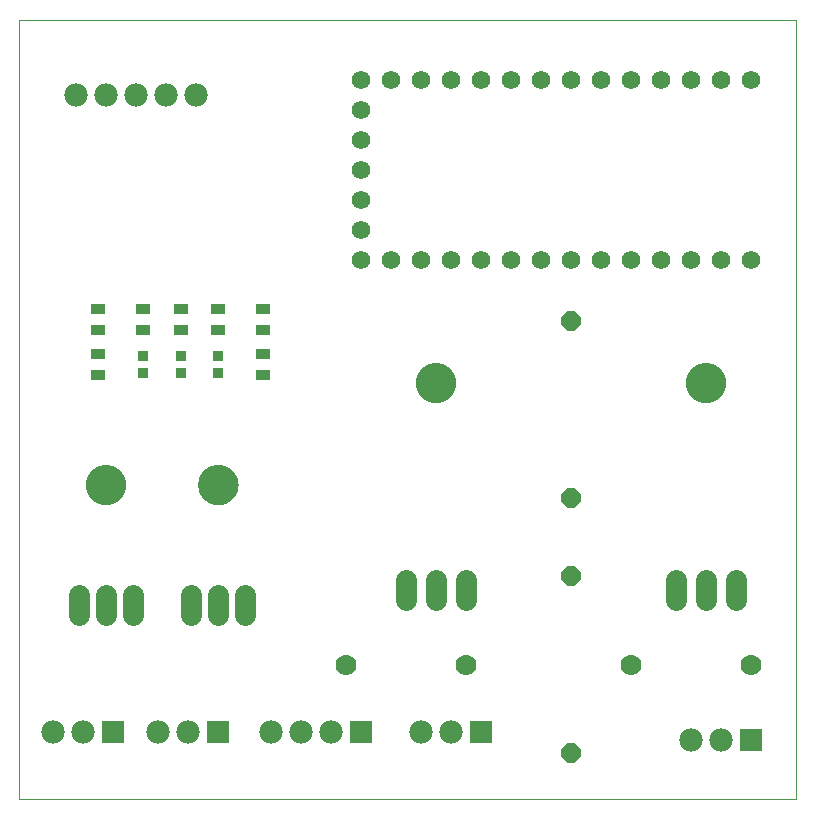
<source format=gts>
G75*
%MOIN*%
%OFA0B0*%
%FSLAX25Y25*%
%IPPOS*%
%LPD*%
%AMOC8*
5,1,8,0,0,1.08239X$1,22.5*
%
%ADD10C,0.00000*%
%ADD11OC8,0.06400*%
%ADD12C,0.07800*%
%ADD13C,0.07000*%
%ADD14R,0.07800X0.07800*%
%ADD15R,0.03550X0.03550*%
%ADD16C,0.07000*%
%ADD17C,0.13400*%
%ADD18R,0.05124X0.03550*%
%ADD19C,0.06200*%
D10*
X0003099Y0001839D02*
X0261800Y0001839D01*
X0261800Y0261800D01*
X0003099Y0261800D01*
X0003099Y0001839D01*
X0025300Y0106800D02*
X0025302Y0106961D01*
X0025308Y0107121D01*
X0025318Y0107282D01*
X0025332Y0107442D01*
X0025350Y0107602D01*
X0025371Y0107761D01*
X0025397Y0107920D01*
X0025427Y0108078D01*
X0025460Y0108235D01*
X0025498Y0108392D01*
X0025539Y0108547D01*
X0025584Y0108701D01*
X0025633Y0108854D01*
X0025686Y0109006D01*
X0025742Y0109157D01*
X0025803Y0109306D01*
X0025866Y0109454D01*
X0025934Y0109600D01*
X0026005Y0109744D01*
X0026079Y0109886D01*
X0026157Y0110027D01*
X0026239Y0110165D01*
X0026324Y0110302D01*
X0026412Y0110436D01*
X0026504Y0110568D01*
X0026599Y0110698D01*
X0026697Y0110826D01*
X0026798Y0110951D01*
X0026902Y0111073D01*
X0027009Y0111193D01*
X0027119Y0111310D01*
X0027232Y0111425D01*
X0027348Y0111536D01*
X0027467Y0111645D01*
X0027588Y0111750D01*
X0027712Y0111853D01*
X0027838Y0111953D01*
X0027966Y0112049D01*
X0028097Y0112142D01*
X0028231Y0112232D01*
X0028366Y0112319D01*
X0028504Y0112402D01*
X0028643Y0112482D01*
X0028785Y0112558D01*
X0028928Y0112631D01*
X0029073Y0112700D01*
X0029220Y0112766D01*
X0029368Y0112828D01*
X0029518Y0112886D01*
X0029669Y0112941D01*
X0029822Y0112992D01*
X0029976Y0113039D01*
X0030131Y0113082D01*
X0030287Y0113121D01*
X0030443Y0113157D01*
X0030601Y0113188D01*
X0030759Y0113216D01*
X0030918Y0113240D01*
X0031078Y0113260D01*
X0031238Y0113276D01*
X0031398Y0113288D01*
X0031559Y0113296D01*
X0031720Y0113300D01*
X0031880Y0113300D01*
X0032041Y0113296D01*
X0032202Y0113288D01*
X0032362Y0113276D01*
X0032522Y0113260D01*
X0032682Y0113240D01*
X0032841Y0113216D01*
X0032999Y0113188D01*
X0033157Y0113157D01*
X0033313Y0113121D01*
X0033469Y0113082D01*
X0033624Y0113039D01*
X0033778Y0112992D01*
X0033931Y0112941D01*
X0034082Y0112886D01*
X0034232Y0112828D01*
X0034380Y0112766D01*
X0034527Y0112700D01*
X0034672Y0112631D01*
X0034815Y0112558D01*
X0034957Y0112482D01*
X0035096Y0112402D01*
X0035234Y0112319D01*
X0035369Y0112232D01*
X0035503Y0112142D01*
X0035634Y0112049D01*
X0035762Y0111953D01*
X0035888Y0111853D01*
X0036012Y0111750D01*
X0036133Y0111645D01*
X0036252Y0111536D01*
X0036368Y0111425D01*
X0036481Y0111310D01*
X0036591Y0111193D01*
X0036698Y0111073D01*
X0036802Y0110951D01*
X0036903Y0110826D01*
X0037001Y0110698D01*
X0037096Y0110568D01*
X0037188Y0110436D01*
X0037276Y0110302D01*
X0037361Y0110165D01*
X0037443Y0110027D01*
X0037521Y0109886D01*
X0037595Y0109744D01*
X0037666Y0109600D01*
X0037734Y0109454D01*
X0037797Y0109306D01*
X0037858Y0109157D01*
X0037914Y0109006D01*
X0037967Y0108854D01*
X0038016Y0108701D01*
X0038061Y0108547D01*
X0038102Y0108392D01*
X0038140Y0108235D01*
X0038173Y0108078D01*
X0038203Y0107920D01*
X0038229Y0107761D01*
X0038250Y0107602D01*
X0038268Y0107442D01*
X0038282Y0107282D01*
X0038292Y0107121D01*
X0038298Y0106961D01*
X0038300Y0106800D01*
X0038298Y0106639D01*
X0038292Y0106479D01*
X0038282Y0106318D01*
X0038268Y0106158D01*
X0038250Y0105998D01*
X0038229Y0105839D01*
X0038203Y0105680D01*
X0038173Y0105522D01*
X0038140Y0105365D01*
X0038102Y0105208D01*
X0038061Y0105053D01*
X0038016Y0104899D01*
X0037967Y0104746D01*
X0037914Y0104594D01*
X0037858Y0104443D01*
X0037797Y0104294D01*
X0037734Y0104146D01*
X0037666Y0104000D01*
X0037595Y0103856D01*
X0037521Y0103714D01*
X0037443Y0103573D01*
X0037361Y0103435D01*
X0037276Y0103298D01*
X0037188Y0103164D01*
X0037096Y0103032D01*
X0037001Y0102902D01*
X0036903Y0102774D01*
X0036802Y0102649D01*
X0036698Y0102527D01*
X0036591Y0102407D01*
X0036481Y0102290D01*
X0036368Y0102175D01*
X0036252Y0102064D01*
X0036133Y0101955D01*
X0036012Y0101850D01*
X0035888Y0101747D01*
X0035762Y0101647D01*
X0035634Y0101551D01*
X0035503Y0101458D01*
X0035369Y0101368D01*
X0035234Y0101281D01*
X0035096Y0101198D01*
X0034957Y0101118D01*
X0034815Y0101042D01*
X0034672Y0100969D01*
X0034527Y0100900D01*
X0034380Y0100834D01*
X0034232Y0100772D01*
X0034082Y0100714D01*
X0033931Y0100659D01*
X0033778Y0100608D01*
X0033624Y0100561D01*
X0033469Y0100518D01*
X0033313Y0100479D01*
X0033157Y0100443D01*
X0032999Y0100412D01*
X0032841Y0100384D01*
X0032682Y0100360D01*
X0032522Y0100340D01*
X0032362Y0100324D01*
X0032202Y0100312D01*
X0032041Y0100304D01*
X0031880Y0100300D01*
X0031720Y0100300D01*
X0031559Y0100304D01*
X0031398Y0100312D01*
X0031238Y0100324D01*
X0031078Y0100340D01*
X0030918Y0100360D01*
X0030759Y0100384D01*
X0030601Y0100412D01*
X0030443Y0100443D01*
X0030287Y0100479D01*
X0030131Y0100518D01*
X0029976Y0100561D01*
X0029822Y0100608D01*
X0029669Y0100659D01*
X0029518Y0100714D01*
X0029368Y0100772D01*
X0029220Y0100834D01*
X0029073Y0100900D01*
X0028928Y0100969D01*
X0028785Y0101042D01*
X0028643Y0101118D01*
X0028504Y0101198D01*
X0028366Y0101281D01*
X0028231Y0101368D01*
X0028097Y0101458D01*
X0027966Y0101551D01*
X0027838Y0101647D01*
X0027712Y0101747D01*
X0027588Y0101850D01*
X0027467Y0101955D01*
X0027348Y0102064D01*
X0027232Y0102175D01*
X0027119Y0102290D01*
X0027009Y0102407D01*
X0026902Y0102527D01*
X0026798Y0102649D01*
X0026697Y0102774D01*
X0026599Y0102902D01*
X0026504Y0103032D01*
X0026412Y0103164D01*
X0026324Y0103298D01*
X0026239Y0103435D01*
X0026157Y0103573D01*
X0026079Y0103714D01*
X0026005Y0103856D01*
X0025934Y0104000D01*
X0025866Y0104146D01*
X0025803Y0104294D01*
X0025742Y0104443D01*
X0025686Y0104594D01*
X0025633Y0104746D01*
X0025584Y0104899D01*
X0025539Y0105053D01*
X0025498Y0105208D01*
X0025460Y0105365D01*
X0025427Y0105522D01*
X0025397Y0105680D01*
X0025371Y0105839D01*
X0025350Y0105998D01*
X0025332Y0106158D01*
X0025318Y0106318D01*
X0025308Y0106479D01*
X0025302Y0106639D01*
X0025300Y0106800D01*
X0062800Y0106800D02*
X0062802Y0106961D01*
X0062808Y0107121D01*
X0062818Y0107282D01*
X0062832Y0107442D01*
X0062850Y0107602D01*
X0062871Y0107761D01*
X0062897Y0107920D01*
X0062927Y0108078D01*
X0062960Y0108235D01*
X0062998Y0108392D01*
X0063039Y0108547D01*
X0063084Y0108701D01*
X0063133Y0108854D01*
X0063186Y0109006D01*
X0063242Y0109157D01*
X0063303Y0109306D01*
X0063366Y0109454D01*
X0063434Y0109600D01*
X0063505Y0109744D01*
X0063579Y0109886D01*
X0063657Y0110027D01*
X0063739Y0110165D01*
X0063824Y0110302D01*
X0063912Y0110436D01*
X0064004Y0110568D01*
X0064099Y0110698D01*
X0064197Y0110826D01*
X0064298Y0110951D01*
X0064402Y0111073D01*
X0064509Y0111193D01*
X0064619Y0111310D01*
X0064732Y0111425D01*
X0064848Y0111536D01*
X0064967Y0111645D01*
X0065088Y0111750D01*
X0065212Y0111853D01*
X0065338Y0111953D01*
X0065466Y0112049D01*
X0065597Y0112142D01*
X0065731Y0112232D01*
X0065866Y0112319D01*
X0066004Y0112402D01*
X0066143Y0112482D01*
X0066285Y0112558D01*
X0066428Y0112631D01*
X0066573Y0112700D01*
X0066720Y0112766D01*
X0066868Y0112828D01*
X0067018Y0112886D01*
X0067169Y0112941D01*
X0067322Y0112992D01*
X0067476Y0113039D01*
X0067631Y0113082D01*
X0067787Y0113121D01*
X0067943Y0113157D01*
X0068101Y0113188D01*
X0068259Y0113216D01*
X0068418Y0113240D01*
X0068578Y0113260D01*
X0068738Y0113276D01*
X0068898Y0113288D01*
X0069059Y0113296D01*
X0069220Y0113300D01*
X0069380Y0113300D01*
X0069541Y0113296D01*
X0069702Y0113288D01*
X0069862Y0113276D01*
X0070022Y0113260D01*
X0070182Y0113240D01*
X0070341Y0113216D01*
X0070499Y0113188D01*
X0070657Y0113157D01*
X0070813Y0113121D01*
X0070969Y0113082D01*
X0071124Y0113039D01*
X0071278Y0112992D01*
X0071431Y0112941D01*
X0071582Y0112886D01*
X0071732Y0112828D01*
X0071880Y0112766D01*
X0072027Y0112700D01*
X0072172Y0112631D01*
X0072315Y0112558D01*
X0072457Y0112482D01*
X0072596Y0112402D01*
X0072734Y0112319D01*
X0072869Y0112232D01*
X0073003Y0112142D01*
X0073134Y0112049D01*
X0073262Y0111953D01*
X0073388Y0111853D01*
X0073512Y0111750D01*
X0073633Y0111645D01*
X0073752Y0111536D01*
X0073868Y0111425D01*
X0073981Y0111310D01*
X0074091Y0111193D01*
X0074198Y0111073D01*
X0074302Y0110951D01*
X0074403Y0110826D01*
X0074501Y0110698D01*
X0074596Y0110568D01*
X0074688Y0110436D01*
X0074776Y0110302D01*
X0074861Y0110165D01*
X0074943Y0110027D01*
X0075021Y0109886D01*
X0075095Y0109744D01*
X0075166Y0109600D01*
X0075234Y0109454D01*
X0075297Y0109306D01*
X0075358Y0109157D01*
X0075414Y0109006D01*
X0075467Y0108854D01*
X0075516Y0108701D01*
X0075561Y0108547D01*
X0075602Y0108392D01*
X0075640Y0108235D01*
X0075673Y0108078D01*
X0075703Y0107920D01*
X0075729Y0107761D01*
X0075750Y0107602D01*
X0075768Y0107442D01*
X0075782Y0107282D01*
X0075792Y0107121D01*
X0075798Y0106961D01*
X0075800Y0106800D01*
X0075798Y0106639D01*
X0075792Y0106479D01*
X0075782Y0106318D01*
X0075768Y0106158D01*
X0075750Y0105998D01*
X0075729Y0105839D01*
X0075703Y0105680D01*
X0075673Y0105522D01*
X0075640Y0105365D01*
X0075602Y0105208D01*
X0075561Y0105053D01*
X0075516Y0104899D01*
X0075467Y0104746D01*
X0075414Y0104594D01*
X0075358Y0104443D01*
X0075297Y0104294D01*
X0075234Y0104146D01*
X0075166Y0104000D01*
X0075095Y0103856D01*
X0075021Y0103714D01*
X0074943Y0103573D01*
X0074861Y0103435D01*
X0074776Y0103298D01*
X0074688Y0103164D01*
X0074596Y0103032D01*
X0074501Y0102902D01*
X0074403Y0102774D01*
X0074302Y0102649D01*
X0074198Y0102527D01*
X0074091Y0102407D01*
X0073981Y0102290D01*
X0073868Y0102175D01*
X0073752Y0102064D01*
X0073633Y0101955D01*
X0073512Y0101850D01*
X0073388Y0101747D01*
X0073262Y0101647D01*
X0073134Y0101551D01*
X0073003Y0101458D01*
X0072869Y0101368D01*
X0072734Y0101281D01*
X0072596Y0101198D01*
X0072457Y0101118D01*
X0072315Y0101042D01*
X0072172Y0100969D01*
X0072027Y0100900D01*
X0071880Y0100834D01*
X0071732Y0100772D01*
X0071582Y0100714D01*
X0071431Y0100659D01*
X0071278Y0100608D01*
X0071124Y0100561D01*
X0070969Y0100518D01*
X0070813Y0100479D01*
X0070657Y0100443D01*
X0070499Y0100412D01*
X0070341Y0100384D01*
X0070182Y0100360D01*
X0070022Y0100340D01*
X0069862Y0100324D01*
X0069702Y0100312D01*
X0069541Y0100304D01*
X0069380Y0100300D01*
X0069220Y0100300D01*
X0069059Y0100304D01*
X0068898Y0100312D01*
X0068738Y0100324D01*
X0068578Y0100340D01*
X0068418Y0100360D01*
X0068259Y0100384D01*
X0068101Y0100412D01*
X0067943Y0100443D01*
X0067787Y0100479D01*
X0067631Y0100518D01*
X0067476Y0100561D01*
X0067322Y0100608D01*
X0067169Y0100659D01*
X0067018Y0100714D01*
X0066868Y0100772D01*
X0066720Y0100834D01*
X0066573Y0100900D01*
X0066428Y0100969D01*
X0066285Y0101042D01*
X0066143Y0101118D01*
X0066004Y0101198D01*
X0065866Y0101281D01*
X0065731Y0101368D01*
X0065597Y0101458D01*
X0065466Y0101551D01*
X0065338Y0101647D01*
X0065212Y0101747D01*
X0065088Y0101850D01*
X0064967Y0101955D01*
X0064848Y0102064D01*
X0064732Y0102175D01*
X0064619Y0102290D01*
X0064509Y0102407D01*
X0064402Y0102527D01*
X0064298Y0102649D01*
X0064197Y0102774D01*
X0064099Y0102902D01*
X0064004Y0103032D01*
X0063912Y0103164D01*
X0063824Y0103298D01*
X0063739Y0103435D01*
X0063657Y0103573D01*
X0063579Y0103714D01*
X0063505Y0103856D01*
X0063434Y0104000D01*
X0063366Y0104146D01*
X0063303Y0104294D01*
X0063242Y0104443D01*
X0063186Y0104594D01*
X0063133Y0104746D01*
X0063084Y0104899D01*
X0063039Y0105053D01*
X0062998Y0105208D01*
X0062960Y0105365D01*
X0062927Y0105522D01*
X0062897Y0105680D01*
X0062871Y0105839D01*
X0062850Y0105998D01*
X0062832Y0106158D01*
X0062818Y0106318D01*
X0062808Y0106479D01*
X0062802Y0106639D01*
X0062800Y0106800D01*
X0135300Y0140800D02*
X0135302Y0140961D01*
X0135308Y0141121D01*
X0135318Y0141282D01*
X0135332Y0141442D01*
X0135350Y0141602D01*
X0135371Y0141761D01*
X0135397Y0141920D01*
X0135427Y0142078D01*
X0135460Y0142235D01*
X0135498Y0142392D01*
X0135539Y0142547D01*
X0135584Y0142701D01*
X0135633Y0142854D01*
X0135686Y0143006D01*
X0135742Y0143157D01*
X0135803Y0143306D01*
X0135866Y0143454D01*
X0135934Y0143600D01*
X0136005Y0143744D01*
X0136079Y0143886D01*
X0136157Y0144027D01*
X0136239Y0144165D01*
X0136324Y0144302D01*
X0136412Y0144436D01*
X0136504Y0144568D01*
X0136599Y0144698D01*
X0136697Y0144826D01*
X0136798Y0144951D01*
X0136902Y0145073D01*
X0137009Y0145193D01*
X0137119Y0145310D01*
X0137232Y0145425D01*
X0137348Y0145536D01*
X0137467Y0145645D01*
X0137588Y0145750D01*
X0137712Y0145853D01*
X0137838Y0145953D01*
X0137966Y0146049D01*
X0138097Y0146142D01*
X0138231Y0146232D01*
X0138366Y0146319D01*
X0138504Y0146402D01*
X0138643Y0146482D01*
X0138785Y0146558D01*
X0138928Y0146631D01*
X0139073Y0146700D01*
X0139220Y0146766D01*
X0139368Y0146828D01*
X0139518Y0146886D01*
X0139669Y0146941D01*
X0139822Y0146992D01*
X0139976Y0147039D01*
X0140131Y0147082D01*
X0140287Y0147121D01*
X0140443Y0147157D01*
X0140601Y0147188D01*
X0140759Y0147216D01*
X0140918Y0147240D01*
X0141078Y0147260D01*
X0141238Y0147276D01*
X0141398Y0147288D01*
X0141559Y0147296D01*
X0141720Y0147300D01*
X0141880Y0147300D01*
X0142041Y0147296D01*
X0142202Y0147288D01*
X0142362Y0147276D01*
X0142522Y0147260D01*
X0142682Y0147240D01*
X0142841Y0147216D01*
X0142999Y0147188D01*
X0143157Y0147157D01*
X0143313Y0147121D01*
X0143469Y0147082D01*
X0143624Y0147039D01*
X0143778Y0146992D01*
X0143931Y0146941D01*
X0144082Y0146886D01*
X0144232Y0146828D01*
X0144380Y0146766D01*
X0144527Y0146700D01*
X0144672Y0146631D01*
X0144815Y0146558D01*
X0144957Y0146482D01*
X0145096Y0146402D01*
X0145234Y0146319D01*
X0145369Y0146232D01*
X0145503Y0146142D01*
X0145634Y0146049D01*
X0145762Y0145953D01*
X0145888Y0145853D01*
X0146012Y0145750D01*
X0146133Y0145645D01*
X0146252Y0145536D01*
X0146368Y0145425D01*
X0146481Y0145310D01*
X0146591Y0145193D01*
X0146698Y0145073D01*
X0146802Y0144951D01*
X0146903Y0144826D01*
X0147001Y0144698D01*
X0147096Y0144568D01*
X0147188Y0144436D01*
X0147276Y0144302D01*
X0147361Y0144165D01*
X0147443Y0144027D01*
X0147521Y0143886D01*
X0147595Y0143744D01*
X0147666Y0143600D01*
X0147734Y0143454D01*
X0147797Y0143306D01*
X0147858Y0143157D01*
X0147914Y0143006D01*
X0147967Y0142854D01*
X0148016Y0142701D01*
X0148061Y0142547D01*
X0148102Y0142392D01*
X0148140Y0142235D01*
X0148173Y0142078D01*
X0148203Y0141920D01*
X0148229Y0141761D01*
X0148250Y0141602D01*
X0148268Y0141442D01*
X0148282Y0141282D01*
X0148292Y0141121D01*
X0148298Y0140961D01*
X0148300Y0140800D01*
X0148298Y0140639D01*
X0148292Y0140479D01*
X0148282Y0140318D01*
X0148268Y0140158D01*
X0148250Y0139998D01*
X0148229Y0139839D01*
X0148203Y0139680D01*
X0148173Y0139522D01*
X0148140Y0139365D01*
X0148102Y0139208D01*
X0148061Y0139053D01*
X0148016Y0138899D01*
X0147967Y0138746D01*
X0147914Y0138594D01*
X0147858Y0138443D01*
X0147797Y0138294D01*
X0147734Y0138146D01*
X0147666Y0138000D01*
X0147595Y0137856D01*
X0147521Y0137714D01*
X0147443Y0137573D01*
X0147361Y0137435D01*
X0147276Y0137298D01*
X0147188Y0137164D01*
X0147096Y0137032D01*
X0147001Y0136902D01*
X0146903Y0136774D01*
X0146802Y0136649D01*
X0146698Y0136527D01*
X0146591Y0136407D01*
X0146481Y0136290D01*
X0146368Y0136175D01*
X0146252Y0136064D01*
X0146133Y0135955D01*
X0146012Y0135850D01*
X0145888Y0135747D01*
X0145762Y0135647D01*
X0145634Y0135551D01*
X0145503Y0135458D01*
X0145369Y0135368D01*
X0145234Y0135281D01*
X0145096Y0135198D01*
X0144957Y0135118D01*
X0144815Y0135042D01*
X0144672Y0134969D01*
X0144527Y0134900D01*
X0144380Y0134834D01*
X0144232Y0134772D01*
X0144082Y0134714D01*
X0143931Y0134659D01*
X0143778Y0134608D01*
X0143624Y0134561D01*
X0143469Y0134518D01*
X0143313Y0134479D01*
X0143157Y0134443D01*
X0142999Y0134412D01*
X0142841Y0134384D01*
X0142682Y0134360D01*
X0142522Y0134340D01*
X0142362Y0134324D01*
X0142202Y0134312D01*
X0142041Y0134304D01*
X0141880Y0134300D01*
X0141720Y0134300D01*
X0141559Y0134304D01*
X0141398Y0134312D01*
X0141238Y0134324D01*
X0141078Y0134340D01*
X0140918Y0134360D01*
X0140759Y0134384D01*
X0140601Y0134412D01*
X0140443Y0134443D01*
X0140287Y0134479D01*
X0140131Y0134518D01*
X0139976Y0134561D01*
X0139822Y0134608D01*
X0139669Y0134659D01*
X0139518Y0134714D01*
X0139368Y0134772D01*
X0139220Y0134834D01*
X0139073Y0134900D01*
X0138928Y0134969D01*
X0138785Y0135042D01*
X0138643Y0135118D01*
X0138504Y0135198D01*
X0138366Y0135281D01*
X0138231Y0135368D01*
X0138097Y0135458D01*
X0137966Y0135551D01*
X0137838Y0135647D01*
X0137712Y0135747D01*
X0137588Y0135850D01*
X0137467Y0135955D01*
X0137348Y0136064D01*
X0137232Y0136175D01*
X0137119Y0136290D01*
X0137009Y0136407D01*
X0136902Y0136527D01*
X0136798Y0136649D01*
X0136697Y0136774D01*
X0136599Y0136902D01*
X0136504Y0137032D01*
X0136412Y0137164D01*
X0136324Y0137298D01*
X0136239Y0137435D01*
X0136157Y0137573D01*
X0136079Y0137714D01*
X0136005Y0137856D01*
X0135934Y0138000D01*
X0135866Y0138146D01*
X0135803Y0138294D01*
X0135742Y0138443D01*
X0135686Y0138594D01*
X0135633Y0138746D01*
X0135584Y0138899D01*
X0135539Y0139053D01*
X0135498Y0139208D01*
X0135460Y0139365D01*
X0135427Y0139522D01*
X0135397Y0139680D01*
X0135371Y0139839D01*
X0135350Y0139998D01*
X0135332Y0140158D01*
X0135318Y0140318D01*
X0135308Y0140479D01*
X0135302Y0140639D01*
X0135300Y0140800D01*
X0225300Y0140800D02*
X0225302Y0140961D01*
X0225308Y0141121D01*
X0225318Y0141282D01*
X0225332Y0141442D01*
X0225350Y0141602D01*
X0225371Y0141761D01*
X0225397Y0141920D01*
X0225427Y0142078D01*
X0225460Y0142235D01*
X0225498Y0142392D01*
X0225539Y0142547D01*
X0225584Y0142701D01*
X0225633Y0142854D01*
X0225686Y0143006D01*
X0225742Y0143157D01*
X0225803Y0143306D01*
X0225866Y0143454D01*
X0225934Y0143600D01*
X0226005Y0143744D01*
X0226079Y0143886D01*
X0226157Y0144027D01*
X0226239Y0144165D01*
X0226324Y0144302D01*
X0226412Y0144436D01*
X0226504Y0144568D01*
X0226599Y0144698D01*
X0226697Y0144826D01*
X0226798Y0144951D01*
X0226902Y0145073D01*
X0227009Y0145193D01*
X0227119Y0145310D01*
X0227232Y0145425D01*
X0227348Y0145536D01*
X0227467Y0145645D01*
X0227588Y0145750D01*
X0227712Y0145853D01*
X0227838Y0145953D01*
X0227966Y0146049D01*
X0228097Y0146142D01*
X0228231Y0146232D01*
X0228366Y0146319D01*
X0228504Y0146402D01*
X0228643Y0146482D01*
X0228785Y0146558D01*
X0228928Y0146631D01*
X0229073Y0146700D01*
X0229220Y0146766D01*
X0229368Y0146828D01*
X0229518Y0146886D01*
X0229669Y0146941D01*
X0229822Y0146992D01*
X0229976Y0147039D01*
X0230131Y0147082D01*
X0230287Y0147121D01*
X0230443Y0147157D01*
X0230601Y0147188D01*
X0230759Y0147216D01*
X0230918Y0147240D01*
X0231078Y0147260D01*
X0231238Y0147276D01*
X0231398Y0147288D01*
X0231559Y0147296D01*
X0231720Y0147300D01*
X0231880Y0147300D01*
X0232041Y0147296D01*
X0232202Y0147288D01*
X0232362Y0147276D01*
X0232522Y0147260D01*
X0232682Y0147240D01*
X0232841Y0147216D01*
X0232999Y0147188D01*
X0233157Y0147157D01*
X0233313Y0147121D01*
X0233469Y0147082D01*
X0233624Y0147039D01*
X0233778Y0146992D01*
X0233931Y0146941D01*
X0234082Y0146886D01*
X0234232Y0146828D01*
X0234380Y0146766D01*
X0234527Y0146700D01*
X0234672Y0146631D01*
X0234815Y0146558D01*
X0234957Y0146482D01*
X0235096Y0146402D01*
X0235234Y0146319D01*
X0235369Y0146232D01*
X0235503Y0146142D01*
X0235634Y0146049D01*
X0235762Y0145953D01*
X0235888Y0145853D01*
X0236012Y0145750D01*
X0236133Y0145645D01*
X0236252Y0145536D01*
X0236368Y0145425D01*
X0236481Y0145310D01*
X0236591Y0145193D01*
X0236698Y0145073D01*
X0236802Y0144951D01*
X0236903Y0144826D01*
X0237001Y0144698D01*
X0237096Y0144568D01*
X0237188Y0144436D01*
X0237276Y0144302D01*
X0237361Y0144165D01*
X0237443Y0144027D01*
X0237521Y0143886D01*
X0237595Y0143744D01*
X0237666Y0143600D01*
X0237734Y0143454D01*
X0237797Y0143306D01*
X0237858Y0143157D01*
X0237914Y0143006D01*
X0237967Y0142854D01*
X0238016Y0142701D01*
X0238061Y0142547D01*
X0238102Y0142392D01*
X0238140Y0142235D01*
X0238173Y0142078D01*
X0238203Y0141920D01*
X0238229Y0141761D01*
X0238250Y0141602D01*
X0238268Y0141442D01*
X0238282Y0141282D01*
X0238292Y0141121D01*
X0238298Y0140961D01*
X0238300Y0140800D01*
X0238298Y0140639D01*
X0238292Y0140479D01*
X0238282Y0140318D01*
X0238268Y0140158D01*
X0238250Y0139998D01*
X0238229Y0139839D01*
X0238203Y0139680D01*
X0238173Y0139522D01*
X0238140Y0139365D01*
X0238102Y0139208D01*
X0238061Y0139053D01*
X0238016Y0138899D01*
X0237967Y0138746D01*
X0237914Y0138594D01*
X0237858Y0138443D01*
X0237797Y0138294D01*
X0237734Y0138146D01*
X0237666Y0138000D01*
X0237595Y0137856D01*
X0237521Y0137714D01*
X0237443Y0137573D01*
X0237361Y0137435D01*
X0237276Y0137298D01*
X0237188Y0137164D01*
X0237096Y0137032D01*
X0237001Y0136902D01*
X0236903Y0136774D01*
X0236802Y0136649D01*
X0236698Y0136527D01*
X0236591Y0136407D01*
X0236481Y0136290D01*
X0236368Y0136175D01*
X0236252Y0136064D01*
X0236133Y0135955D01*
X0236012Y0135850D01*
X0235888Y0135747D01*
X0235762Y0135647D01*
X0235634Y0135551D01*
X0235503Y0135458D01*
X0235369Y0135368D01*
X0235234Y0135281D01*
X0235096Y0135198D01*
X0234957Y0135118D01*
X0234815Y0135042D01*
X0234672Y0134969D01*
X0234527Y0134900D01*
X0234380Y0134834D01*
X0234232Y0134772D01*
X0234082Y0134714D01*
X0233931Y0134659D01*
X0233778Y0134608D01*
X0233624Y0134561D01*
X0233469Y0134518D01*
X0233313Y0134479D01*
X0233157Y0134443D01*
X0232999Y0134412D01*
X0232841Y0134384D01*
X0232682Y0134360D01*
X0232522Y0134340D01*
X0232362Y0134324D01*
X0232202Y0134312D01*
X0232041Y0134304D01*
X0231880Y0134300D01*
X0231720Y0134300D01*
X0231559Y0134304D01*
X0231398Y0134312D01*
X0231238Y0134324D01*
X0231078Y0134340D01*
X0230918Y0134360D01*
X0230759Y0134384D01*
X0230601Y0134412D01*
X0230443Y0134443D01*
X0230287Y0134479D01*
X0230131Y0134518D01*
X0229976Y0134561D01*
X0229822Y0134608D01*
X0229669Y0134659D01*
X0229518Y0134714D01*
X0229368Y0134772D01*
X0229220Y0134834D01*
X0229073Y0134900D01*
X0228928Y0134969D01*
X0228785Y0135042D01*
X0228643Y0135118D01*
X0228504Y0135198D01*
X0228366Y0135281D01*
X0228231Y0135368D01*
X0228097Y0135458D01*
X0227966Y0135551D01*
X0227838Y0135647D01*
X0227712Y0135747D01*
X0227588Y0135850D01*
X0227467Y0135955D01*
X0227348Y0136064D01*
X0227232Y0136175D01*
X0227119Y0136290D01*
X0227009Y0136407D01*
X0226902Y0136527D01*
X0226798Y0136649D01*
X0226697Y0136774D01*
X0226599Y0136902D01*
X0226504Y0137032D01*
X0226412Y0137164D01*
X0226324Y0137298D01*
X0226239Y0137435D01*
X0226157Y0137573D01*
X0226079Y0137714D01*
X0226005Y0137856D01*
X0225934Y0138000D01*
X0225866Y0138146D01*
X0225803Y0138294D01*
X0225742Y0138443D01*
X0225686Y0138594D01*
X0225633Y0138746D01*
X0225584Y0138899D01*
X0225539Y0139053D01*
X0225498Y0139208D01*
X0225460Y0139365D01*
X0225427Y0139522D01*
X0225397Y0139680D01*
X0225371Y0139839D01*
X0225350Y0139998D01*
X0225332Y0140158D01*
X0225318Y0140318D01*
X0225308Y0140479D01*
X0225302Y0140639D01*
X0225300Y0140800D01*
D11*
X0186800Y0161300D03*
X0186800Y0102300D03*
X0186800Y0076300D03*
X0186800Y0017300D03*
D12*
X0146800Y0024300D03*
X0136800Y0024300D03*
X0106800Y0024300D03*
X0096800Y0024300D03*
X0086800Y0024300D03*
X0059300Y0024300D03*
X0049300Y0024300D03*
X0024300Y0024300D03*
X0014300Y0024300D03*
X0021800Y0236800D03*
X0031800Y0236800D03*
X0041800Y0236800D03*
X0051800Y0236800D03*
X0061800Y0236800D03*
X0226800Y0021800D03*
X0236800Y0021800D03*
D13*
X0246800Y0046800D03*
X0206800Y0046800D03*
X0151800Y0046800D03*
X0111800Y0046800D03*
D14*
X0116800Y0024300D03*
X0156800Y0024300D03*
X0069300Y0024300D03*
X0034300Y0024300D03*
X0246800Y0021800D03*
D15*
X0069300Y0143847D03*
X0069300Y0149753D03*
X0056800Y0149753D03*
X0056800Y0143847D03*
X0044300Y0143847D03*
X0044300Y0149753D03*
D16*
X0040800Y0070100D02*
X0040800Y0063500D01*
X0031800Y0063500D02*
X0031800Y0070100D01*
X0022800Y0070100D02*
X0022800Y0063500D01*
X0060300Y0063500D02*
X0060300Y0070100D01*
X0069300Y0070100D02*
X0069300Y0063500D01*
X0078300Y0063500D02*
X0078300Y0070100D01*
X0131800Y0068500D02*
X0131800Y0075100D01*
X0141800Y0075100D02*
X0141800Y0068500D01*
X0151800Y0068500D02*
X0151800Y0075100D01*
X0221800Y0075100D02*
X0221800Y0068500D01*
X0231800Y0068500D02*
X0231800Y0075100D01*
X0241800Y0075100D02*
X0241800Y0068500D01*
D17*
X0231800Y0140800D03*
X0141800Y0140800D03*
X0069300Y0106800D03*
X0031800Y0106800D03*
D18*
X0029300Y0143257D03*
X0029300Y0150343D03*
X0029300Y0158257D03*
X0029300Y0165343D03*
X0044300Y0165343D03*
X0044300Y0158257D03*
X0056800Y0158257D03*
X0056800Y0165343D03*
X0069300Y0165343D03*
X0069300Y0158257D03*
X0084300Y0158257D03*
X0084300Y0165343D03*
X0084300Y0150343D03*
X0084300Y0143257D03*
D19*
X0116800Y0181800D03*
X0116800Y0191800D03*
X0116800Y0201800D03*
X0116800Y0211800D03*
X0116800Y0221800D03*
X0116800Y0231800D03*
X0116800Y0241800D03*
X0126800Y0241800D03*
X0136800Y0241800D03*
X0146800Y0241800D03*
X0156800Y0241800D03*
X0166800Y0241800D03*
X0176800Y0241800D03*
X0186800Y0241800D03*
X0196800Y0241800D03*
X0206800Y0241800D03*
X0216800Y0241800D03*
X0226800Y0241800D03*
X0236800Y0241800D03*
X0246800Y0241800D03*
X0246800Y0181800D03*
X0236800Y0181800D03*
X0226800Y0181800D03*
X0216800Y0181800D03*
X0206800Y0181800D03*
X0196800Y0181800D03*
X0186800Y0181800D03*
X0176800Y0181800D03*
X0166800Y0181800D03*
X0156800Y0181800D03*
X0146800Y0181800D03*
X0136800Y0181800D03*
X0126800Y0181800D03*
M02*

</source>
